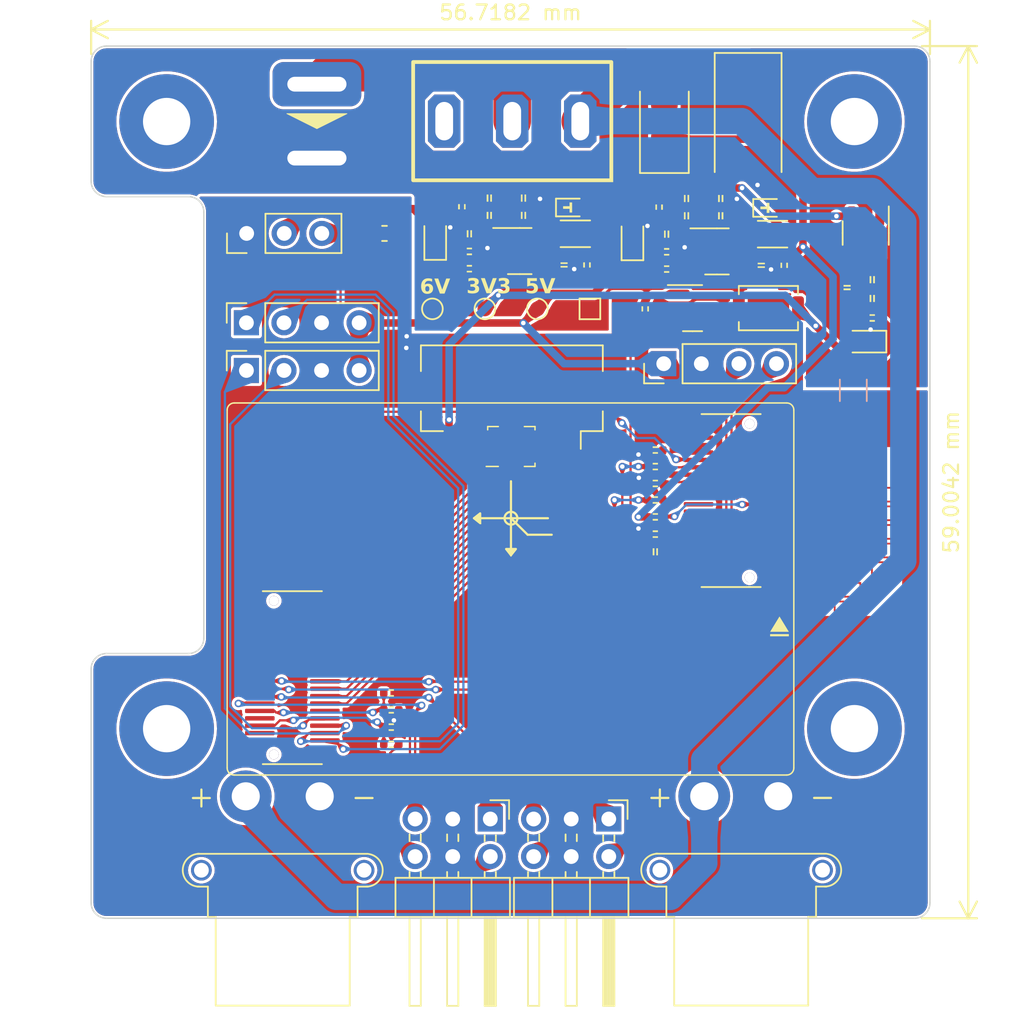
<source format=kicad_pcb>
(kicad_pcb (version 20221018) (generator pcbnew)
  (layers (0 "F.Cu" signal) (31 "B.Cu" signal) (34 "B.Paste" user) (35 "F.Paste" user) (36 "B.SilkS" user "B.Silkscreen") (37 "F.SilkS" user "F.Silkscreen") (38 "B.Mask" user) (39 "F.Mask" user) (44 "Edge.Cuts" user))
  (net 0 "")
  (net 1 "+3V3")
  (net 2 "Net-(BZ1-+)")
  (net 3 "Net-(U1-BS)")
  (net 4 "Net-(D3-K)")
  (net 5 "/MOTOR_PWR")
  (net 6 "GNDPWR")
  (net 7 "+5V")
  (net 8 "Net-(U1-FB)")
  (net 9 "/BATTERY")
  (net 10 "VCC")
  (net 11 "Net-(U2-NC)")
  (net 12 "Net-(U3-BS)")
  (net 13 "Net-(D6-K)")
  (net 14 "+6V")
  (net 15 "Net-(U3-FB)")
  (net 16 "Net-(D2-A)")
  (net 17 "Net-(D4-A)")
  (net 18 "Net-(D5-A)")
  (net 19 "/SERVO")
  (net 20 "Net-(J9-Pin_3)")
  (net 21 "GND")
  (net 22 "/AUX_SCL")
  (net 23 "/AUX_SDA")
  (net 24 "VBUS")
  (net 25 "/UART7_TX")
  (net 26 "/UART7_RX")
  (net 27 "/WHEEL_DIR")
  (net 28 "/WHEEL_DIR_IN")
  (net 29 "/WHEEL_PWM")
  (net 30 "/WHEEL_SPD_IN")
  (net 31 "/MOTOR_DIR")
  (net 32 "/MOTOR_DIR_IN")
  (net 33 "/MOTOR_PWM")
  (net 34 "/MOTOR_SPD_IN")
  (net 35 "/BUZZER")
  (net 36 "/MOTOR_DIR_IN_3V3")
  (net 37 "/MOTOR_SPD_IN_3V3")
  (net 38 "Net-(U1-EN)")
  (net 39 "/WHEEL_DIR_IN_3V3")
  (net 40 "/WHEEL_SPD_IN_3V3")
  (net 41 "Net-(U3-EN)")
  (net 51 "/CAM_D7")
  (net 52 "/CAM_D6")
  (net 53 "/CAM_D5")
  (net 54 "/CAM_D4")
  (net 55 "/CAM_D3")
  (net 56 "/CAM_D2")
  (net 57 "/CAM_D1")
  (net 58 "/CAM_D0")
  (net 59 "/CAM_VSYNC")
  (net 60 "/CAM_HREF")
  (net 61 "/CAM_TXD")
  (net 62 "/CAM_RXD")
  (net 63 "/CAM_PLCK")
  (net 87 "/UART8_TX")
  (net 88 "/UART8_RX")
  (footprint "ErBW_s:C_0402" (layer "F.Cu") (at 75.8546 14.381899 -90)
    (fp_text reference "C11" hide)
    (fp_text value "10nF")
  )
  (footprint "ErBW_s:C_0402" (layer "F.Cu") (at 64.9986 9.525)
    (fp_text reference "C4" hide)
    (fp_text value "100nF")
  )
  (footprint "Connector_PinSocket_2.54mm:PinSocket_1x04_P2.54mm_Vertical" (layer "F.Cu") (at 35.2398 19.9902 90)
    (fp_text reference "J10" hide)
    (fp_text value "GPS")
  )
  (footprint "TestPoint:TestPoint_Pad_1.0x1.0mm" (layer "F.Cu") (at 58.4648 15.8242 90)
    (fp_text reference "TP4" hide)
    (fp_text value "GND")
  )
  (footprint "LED_SMD:LED_0603_1608Metric" (layer "F.Cu") (at 77.023 18.039501 180)
    (fp_text reference "D4" hide)
    (fp_text value "LED")
  )
  (footprint "MountingHole:MountingHole_3.2mm_M3_Pad" (layer "F.Cu") (at 76.3524 3.1496)
    (fp_text reference "REF**" hide)
    (fp_text value "MountingHole_3.2mm_M3_Pad")
  )
  (footprint "ErBW_s:SOD-323" (layer "F.Cu") (at 70.3072 8.9916 180)
    (fp_text reference "D3" hide)
    (fp_text value "1N5819")
  )
  (footprint "Connector_AMASS:AMASS_XT30PW-F_1x02_P2.50mm_Horizontal" (layer "F.Cu") (at 71.1962 48.7934 180)
    (fp_text reference "J7" hide)
    (fp_text value "MOTOR")
  )
  (footprint "ErBW_s:C_0402" (layer "F.Cu") (at 53.975 8.3312)
    (fp_text reference "C15" hide)
    (fp_text value "100nF")
  )
  (footprint "ErBW_s:C_0402" (layer "F.Cu") (at 64.9986 8.3566)
    (fp_text reference "C1" hide)
    (fp_text value "100nF")
  )
  (footprint "ErBW_s:L_NR201612" (layer "F.Cu") (at 57.4802 10.7442)
    (fp_text reference "L2" hide)
    (fp_text value "6.8uH")
  )
  (footprint "ErBW_s:C_0402" (layer "F.Cu") (at 67.31 9.525)
    (fp_text reference "C6" hide)
    (fp_text value "10uF")
  )
  (footprint "ErBW_s:C_0402" (layer "F.Cu") (at 63.6524 10.7696)
    (fp_text reference "C3" hide)
    (fp_text value "100pF")
  )
  (footprint "ErBW_s:R_0402" (layer "F.Cu") (at 62.8904 28.7528 180)
    (fp_text reference "R5" hide)
    (fp_text value "5K1")
  )
  (footprint "ErBW_s:R_0402" (layer "F.Cu") (at 45.0342 44.1198 180)
    (fp_text reference "R16" hide)
    (fp_text value "10K")
  )
  (footprint "Connector_FFC-FPC:Hirose_FH12-18S-0.5SH_1x18-1MP_P0.50mm_Horizontal" (layer "F.Cu") (at 53.1876 22.794 180)
    (fp_text reference "U5" hide)
    (fp_text value "MT9V034")
  )
  (footprint "ErBW_s:R_0402" (layer "F.Cu") (at 45.0342 45.2882)
    (fp_text reference "R13" hide)
    (fp_text value "5K1")
  )
  (footprint "ErBW_s:R_0402" (layer "F.Cu") (at 63.6524 11.9634 180)
    (fp_text reference "R3" hide)
    (fp_text value "5K1")
  )
  (footprint "Capacitor_Tantalum_SMD:CP_EIA-7343-30_AVX-N" (layer "F.Cu") (at 69.1642 2.921 -90)
    (property "Reference" "C?")
    (property "Value" "470uF")
    (fp_text reference "C2" hide)
    (fp_text value "470uF")
  )
  (footprint "ErBW_s:C_0402" (layer "F.Cu") (at 56.7182 12.8524 -90)
    (fp_text reference "C17" hide)
    (fp_text value "10uF")
  )
  (footprint "ErBW_s:C_0402" (layer "F.Cu") (at 77.5564 13.8485 180)
    (fp_text reference "C9" hide)
    (fp_text value "100nF")
  )
  (footprint "ErBW_s:C_0402" (layer "F.Cu") (at 51.6636 9.4996)
    (fp_text reference "C14" hide)
    (fp_text value "100nF")
  )
  (footprint "Package_TO_SOT_SMD:SOT-23-5" (layer "F.Cu") (at 77.1144 10.6934 -90)
    (fp_text reference "U2" hide)
    (fp_text value "RT9013-33GB")
  )
  (footprint "Package_TO_SOT_SMD:SOT-23" (layer "F.Cu") (at 65.405 15.7734)
    (fp_text reference "Q1" hide)
    (fp_text value "S8050")
  )
  (footprint "ErBW_s:R_0402" (layer "F.Cu") (at 63.1444 8.9408 90)
    (fp_text reference "R1" hide)
    (fp_text value "5K1")
  )
  (footprint "ErBW_s:R_0402" (layer "F.Cu") (at 62.2046 15.8242 -90)
    (property "Reference" "R?")
    (property "Value" "5K1")
    (fp_text reference "R21" hide)
    (fp_text value "10K")
  )
  (footprint "Package_TO_SOT_SMD:SOT-23-6" (layer "F.Cu") (at 67.056 11.938)
    (fp_text reference "U1" hide)
    (fp_text value "ME3116")
  )
  (footprint "TestPoint:TestPoint_Pad_D1.0mm" (layer "F.Cu") (at 47.8148 15.8242 90)
    (fp_text reference "TP1" hide)
    (fp_text value "SERVO")
  )
  (footprint "ErBW_s:R_0402" (layer "F.Cu") (at 50.3174 13.1064)
    (fp_text reference "R20" hide)
    (fp_text value "1K5")
  )
  (footprint "ErBW_s:SPDT_MTS_102" (layer "F.Cu") (at 53.213 3.1242 180)
    (fp_text reference "SW1" hide)
    (fp_text value "SW_SPDT")
  )
  (footprint "ErBW_s:R_0402" (layer "F.Cu") (at 62.8904 26.4922 180)
    (fp_text reference "R4" hide)
    (fp_text value "5K1")
  )
  (footprint "Connector_PinHeader_2.54mm:PinHeader_2x03_P2.54mm_Horizontal" (layer "F.Cu") (at 59.7404 50.3348 -90)
    (fp_text reference "J8" hide)
    (fp_text value "MOTOR_BACK")
  )
  (footprint "Package_TO_SOT_SMD:SOT-23-6" (layer "F.Cu") (at 53.721 11.9126)
    (fp_text reference "U3" hide)
    (fp_text value "ME3116")
  )
  (footprint "LED_SMD:LED_0603_1608Metric" (layer "F.Cu") (at 48.006 11.0236 90)
    (fp_text reference "D5" hide)
    (fp_text value "LED")
  )
  (footprint "Connector_AMASS:AMASS_XT30PW-F_1x02_P2.50mm_Horizontal" (layer "F.Cu") (at 40.1946 48.8004 180)
    (fp_text reference "J5" hide)
    (fp_text value "MOTOR")
  )
  (footprint "Connector_PinHeader_2.54mm:PinHeader_2x03_P2.54mm_Horizontal" (layer "F.Cu") (at 51.729 50.3348 -90)
    (fp_text reference "J6" hide)
    (fp_text value "FLY_WHEEL")
  )
  (footprint "ErBW_s:C_0402" (layer "F.Cu") (at 77.5564 15.1185 180)
    (fp_text reference "C10" hide)
    (fp_text value "10uF")
  )
  (footprint "ErBW_s:R_0402" (layer "F.Cu") (at 49.8094 8.9154 90)
    (fp_text reference "R12" hide)
    (fp_text value "5K1")
  )
  (footprint "Fuse:Fuse_0603_1608Metric" (layer "F.Cu") (at 44.577 10.7188 180)
    (fp_text reference "F1" hide)
    (fp_text value "500mA")
  )
  (footprint "ErBW_s:SCEP_CH32V3" (layer "F.Cu") (at 53.095075 34.7741)
    (fp_text reference "U4" hide)
    (fp_text value "SCEP_CH32V3")
  )
  (footprint "ErBW_s:C_0402" (layer "F.Cu") (at 62.8904 32.258)
    (fp_text reference "C7" hide)
    (fp_text value "10uF")
  )
  (footprint "Connector_PinSocket_2.54mm:PinSocket_1x04_P2.54mm_Vertical" (layer "F.Cu") (at 35.2398 16.7644 90)
    (fp_text reference "J4" hide)
    (fp_text value "WIRELESS")
  )
  (footprint "Diode_SMD:D_SMA" (layer "F.Cu") (at 63.5 3.1242 90)
    (fp_text reference "D1" hide)
    (fp_text value "1N4148W")
  )
  (footprint "ErBW_s:R_0402" (layer "F.Cu") (at 62.8904 25.3746)
    (fp_text reference "R7" hide)
    (fp_text value "10K")
  )
  (footprint "ErBW_s:R_0402" (layer "F.Cu") (at 45.0342 41.8084 180)
    (fp_text reference "R17" hide)
    (fp_text value "10K")
  )
  (footprint "TestPoint:TestPoint_Pad_D1.0mm" (layer "F.Cu") (at 54.9148 15.8242 90)
    (property "Reference" "TP?")
    (property "Value" "5V")
    (fp_text reference "TP3" hide)
    (fp_text value "5V")
  )
  (footprint "ErBW_s:R_0402" (layer "F.Cu") (at 63.6524 13.1318)
    (fp_text reference "R10" hide)
    (fp_text value "1K")
  )
  (footprint "ErBW_s:DET-402-G-1" (layer "F.Cu") (at 70.5358 15.7734)
    (fp_text reference "BZ1" hide)
    (fp_text value "Buzzer")
  )
  (footprint "TestPoint:TestPoint_Pad_D1.0mm" (layer "F.Cu") (at 51.3648 15.8242 90)
    (fp_text reference "TP2" hide)
    (fp_text value "3V3")
  )
  (footprint "Connector_PinHeader_2.54mm:PinHeader_1x03_P2.54mm_Vertical" (layer "F.Cu") (at 35.2552 10.7188 90)
    (fp_text reference "J9" hide)
    (fp_text value "SERVO")
  )
  (footprint "ErBW_s:SOD-323" (layer "F.Cu") (at 56.9722 8.9662 180)
    (fp_text reference "D6" hide)
    (fp_text value "1N5819")
  )
  (footprint "MountingHole:MountingHole_3.2mm_M3_Pad" (layer "F.Cu") (at 76.3524 44.2214)
    (fp_text reference "REF**" hide)
    (fp_text value "MountingHole_3.2mm_M3_Pad")
  )
  (footprint "Connector_PinHeader_2.54mm:PinHeader_1x04_P2.54mm_Vertical" (layer "F.Cu") (at 63.4592 19.5326 90)
    (fp_text reference "J1" hide)
    (fp_text value "9-Axis")
  )
  (footprint "ErBW_s:C_0402" (layer "F.Cu") (at 67.31 8.3566)
    (fp_text reference "C5" hide)
    (fp_text value "100nF")
  )
  (footprint "MountingHole:MountingHole_3.2mm_M3_Pad" (layer "F.Cu") (at 29.845 3.1496)
    (fp_text reference "REF**" hide)
    (fp_text value "MountingHole_3.2mm_M3_Pad")
  )
  (footprint "ErBW_s:C_0402" (layer "F.Cu") (at 51.6636 8.3312)
    (fp_text reference "C12" hide)
    (fp_text value "100nF")
  )
  (footprint "MountingHole:MountingHole_3.2mm_M3_Pad" (layer "F.Cu") (at 29.845 44.2214)
    (fp_text reference "REF**" hide)
    (fp_text value "MountingHole_3.2mm_M3_Pad")
  )
  (footprint "ErBW_s:C_0402" (layer "F.Cu") (at 70.0532 12.8778 -90)
    (fp_text reference "C8" hide)
    (fp_text value "10uF")
  )
  (footprint "ErBW_s:VCC_CONN" (layer "F.Cu") (at 40.005 3.1242 -90)
    (property "Reference" "J?")
    (property "Value" "PWR")
    (fp_text reference "J3" hide)
    (fp_text value "PWR")
  )
  (footprint "LED_SMD:LED_0603_1608Metric" (layer "F.Cu") (at 61.341 11.049 90)
    (fp_text reference "D2" hide)
    (fp_text value "LED")
  )
  (footprint "ErBW_s:R_0402" (layer "F.Cu") (at 58.2676 12.8524 -90)
    (fp_text reference "R18" hide)
    (fp_text value "1M")
  )
  (footprint "ErBW_s:R_0402" (layer "F.Cu") (at 62.8904 27.6352)
    (fp_text reference "R8" hide)
    (fp_text value "10K")
  )
  (footprint "ErBW_s:R_0402" (layer "F.Cu") (at 77.5564 16.4393 180)
    (fp_text reference "R11" hide)
    (fp_text value "5K1")
  )
  (footprint "ErBW_s:R_0402" (layer "F.Cu") (at 71.6026 12.8778 -90)
    (fp_text reference "R9" hide)
    (fp_text value "1M")
  )
  (footprint "ErBW_s:R_0402" (layer "F.Cu") (at 62.8904 29.8958)
    (fp_text reference "R2" hide)
    (fp_text value "10K")
  )
  (footprint "ErBW_s:C_0402" (layer "F.Cu") (at 50.3174 10.7442)
    (fp_text reference "C13" hide)
    (fp_text value "100pF")
  )
  (footprint "ErBW_s:C_0402" (layer "F.Cu") (at 53.975 9.4996)
    (fp_text reference "C16" hide)
    (fp_text value "10uF")
  )
  (footprint "ErBW_s:R_0402" (layer "F.Cu") (at 45.0342 42.9514)
    (fp_text reference "R14" hide)
    (fp_text value "5K1")
  )
  (footprint "ErBW_s:R_0402" (layer "F.Cu") (at 50.3174 11.938 180)
    (fp_text reference "R15" hide)
    (fp_text value "10K")
  )
  (footprint "ErBW_s:R_0402" (layer "F.Cu") (at 62.8904 31.0642 180)
    (fp_text reference "R6" hide)
    (fp_text value "1K")
  )
  (footprint "ErBW_s:L_NR201612" (layer "F.Cu") (at 70.8152 10.7696)
    (fp_text reference "L1" hide)
    (fp_text value "6.8uH")
  )
  (footprint "Resistor_SMD:R_1206_3216Metric_Pad1.30x1.75mm_HandSolder" (layer "B.Cu") (at 76.2762 21.336 -90)
    (fp_text reference "R19" hide)
    (fp_text value "0R")
  )
  (gr_arc (start 24.7396 40.1828) (mid 25.044619 39.446419) (end 25.781 39.1414) (stroke (width 0.1)) (layer "Edge.Cuts"))
  (gr_arc (start 24.7396 -0.9144) (mid 25.044619 -1.650781) (end 25.781 -1.9558) (stroke (width 0.1)) (layer "Edge.Cuts"))
  (gr_arc (start 25.781 57.0484) (mid 25.044619 56.743381) (end 24.7396 56.007) (stroke (width 0.1)) (layer "Edge.Cuts"))
  (gr_arc (start 81.4578 56.007) (mid 81.152781 56.743381) (end 80.4164 57.0484) (stroke (width 0.1)) (layer "Edge.Cuts"))
  (gr_line (start 81.4578 -0.9144) (end 81.4578 56.007) (stroke (width 0.1)) (layer "Edge.Cuts"))
  (gr_line (start 25.781 8.2296) (end 31.3182 8.2296) (stroke (width 0.1)) (layer "Edge.Cuts"))
  (gr_line (start 25.781 -1.9558) (end 80.4164 -1.9558) (stroke (width 0.1)) (layer "Edge.Cuts"))
  (gr_line (start 24.7396 7.1882) (end 24.7396 -0.9144) (stroke (width 0.1)) (layer "Edge.Cuts"))
  (gr_arc (start 25.781 8.2296) (mid 25.044619 7.924581) (end 24.7396 7.1882) (stroke (width 0.1)) (layer "Edge.Cuts"))
  (gr_arc (start 31.3182 8.2296) (mid 32.054581 8.534619) (end 32.3596 9.271) (stroke (width 0.1)) (layer "Edge.Cuts"))
  (gr_arc (start 32.3596 38.1) (mid 32.054581 38.836381) (end 31.3182 39.1414) (stroke (width 0.1)) (layer "Edge.Cuts"))
  (gr_line (start 32.3596 9.271) (end 32.3596 38.1) (stroke (width 0.1)) (layer "Edge.Cuts"))
  (gr_line (start 80.4164 57.0484) (end 25.781 57.0484) (stroke (width 0.1)) (layer "Edge.Cuts"))
  (gr_line (start 24.7396 56.007) (end 24.7396 40.1828) (stroke (width 0.1)) (layer "Edge.Cuts"))
  (gr_line (start 25.781 39.1414) (end 31.3182 39.1414) (stroke (width 0.1)) (layer "Edge.Cuts"))
  (gr_arc (start 80.4164 -1.9558) (mid 81.152781 -1.650781) (end 81.4578 -0.9144) (stroke (width 0.1)) (layer "Edge.Cuts"))
  (gr_text "东华大学 2023\n敏感词汇队" (at 79.2099 30.9118 90) (layer "F.Cu") (effects (font (size 1.5 1.5) (thickness 0.3) bold) (justify bottom)))
  (gr_text "5V" (at 54.0766 14.9352) (layer "F.SilkS") (effects (font (size 1 1) (thickness 0.25) bold) (justify left bottom)))
  (gr_text "6V" (at 46.9646 14.9606) (layer "F.SilkS") (effects (font (size 1 1) (thickness 0.25) bold) (justify left bottom)))
  (gr_text "3V3" (at 50.1142 14.9352) (layer "F.SilkS") (effects (font (size 1 1) (thickness 0.25) bold) (justify left bottom)))
  (dimension (type aligned) (layer "F.SilkS") (pts (xy 80.4164 -1.9558) (xy 80.4164 57.0484)) (height -3.6322) (gr_text "59.0042 mm" (at 82.8986 27.5463 90) (layer "F.SilkS") (effects (font (size 1 1) (thickness 0.15)))) (format (prefix "") (suffix "") (units 3) (units_format 1) (precision 4)) (style (thickness 0.15) (arrow_length 1.27) (text_position_mode 0) (extension_height 0.58642) (extension_offset 0.5) keep_text_aligned))
  (dimension (type aligned) (layer "F.SilkS") (pts (xy 81.4578 -0.9144) (xy 24.7396 -0.9144)) (height 2.159) (gr_text "56.7182 mm" (at 53.0987 -4.2234) (layer "F.SilkS") (effects (font (size 1 1) (thickness 0.15)))) (format (prefix "") (suffix "") (units 3) (units_format 1) (precision 4)) (style (thickness 0.15) (arrow_length 1.27) (text_position_mode 0) (extension_height 0.58642) (extension_offset 0.5) keep_text_aligned))
  (segment (start 51.3648 15.8182) (end 52.2732 14.9098) (width 0.508) (layer "F.Cu") (net 1))
  (segment (start 78.0644 11.8309) (end 78.0644 16.4393) (width 0.508) (layer "F.Cu") (net 1))
  (segment (start 78.0644 16.4393) (end 78.702 17.0769) (width 0.508) (layer "F.Cu") (net 1))
  (segment (start 78.702 18.574413) (end 78.307912 18.968501) (width 0.508) (layer "F.Cu") (net 1))
  (segment (start 51.3648 15.8242) (end 51.3648 15.8182) (width 0.508) (layer "F.Cu") (net 1))
  (segment (start 48.9376 23.3254) (end 48.9458 23.3172) (width 0.508) (layer "F.Cu") (net 1))
  (segment (start 78.702 17.0769) (end 78.702 18.574413) (width 0.508) (layer "F.Cu") (net 1))
  (segment (start 75.730901 18.968501) (end 73.7329 16.9705) (width 0.508) (layer "F.Cu") (net 1))
  (segment (start 78.307912 18.968501) (end 75.730901 18.968501) (width 0.508) (layer "F.Cu") (net 1))
  (segment (start 48.9376 24.644) (end 49.3336 24.644) (width 0.508) (layer "F.Cu") (net 1))
  (segment (start 73.7329 16.9705) (end 72.5358 15.7734) (width 0.508) (layer "F.Cu") (net 1))
  (segment (start 48.9376 24.644) (end 48.9376 23.3254) (width 0.508) (layer "F.Cu") (net 1))
  (via (at 48.9458 23.3172) (size 0.508) (drill 0.3048) (layers "F.Cu" "B.Cu") (net 1))
  (via (at 73.7329 16.9705) (size 0.508) (drill 0.3048) (layers "F.Cu" "B.Cu") (net 1))
  (via (at 52.2732 14.9098) (size 0.508) (drill 0.3048) (layers "F.Cu" "B.Cu") (net 1))
  (segment (start 48.9458 23.3172) (end 48.9458 18.2372) (width 0.508) (layer "B.Cu") (net 1))
  (segment (start 48.9458 18.2372) (end 52.2732 14.9098) (width 0.508) (layer "B.Cu") (net 1))
  (segment (start 71.6722 14.9098) (end 73.7329 16.9705) (width 0.508) (layer "B.Cu") (net 1))
  (segment (start 52.2732 14.9098) (end 71.6722 14.9098) (width 0.508) (layer "B.Cu") (net 1))
  (segment (start 66.3425 15.7734) (end 68.5358 15.7734) (width 0.1524) (layer "F.Cu") (net 2))
  (segment (start 64.4906 9.584658) (end 64.4906 9.525) (width 0.508) (layer "F.Cu") (net 3))
  (segment (start 64.4906 8.3566) (end 64.4906 9.525) (width 0.508) (layer "F.Cu") (net 3))
  (segment (start 65.893942 10.988) (end 64.4906 9.584658) (width 0.508) (layer "F.Cu") (net 3))
  (segment (start 65.9185 10.988) (end 65.893942 10.988) (width 0.508) (layer "F.Cu") (net 3))
  (segment (start 65.5066 8.3566) (end 65.5066 9.525) (width 0.508) (layer "F.Cu") (net 4))
  (segment (start 68.1935 10.988) (end 69.8221 10.988) (width 0.508) (layer "F.Cu") (net 4))
  (segment (start 70.0405 10.0539) (end 68.9782 8.9916) (width 0.508) (layer "F.Cu") (net 4))
  (segment (start 66.2156 10.234) (end 65.5066 9.525) (width 0.508) (layer "F.Cu") (net 4))
  (segment (start 67.4395 10.234) (end 66.2156 10.234) (width 0.508) (layer "F.Cu") (net 4))
  (segment (start 70.0405 10.7696) (end 70.0405 10.0539) (width 0.508) (layer "F.Cu") (net 4))
  (segment (start 68.1935 10.988) (end 67.4395 10.234) (width 0.508) (layer "F.Cu") (net 4))
  (segment (start 69.8221 10.988) (end 70.0405 10.7696) (width 0.508) (layer "F.Cu") (net 4))
  (segment (start 61.1287 -0.1915) (end 57.813 3.1242) (width 2.54) (layer "F.Cu") (net 5))
  (segment (start 69.1642 -0.1915) (end 61.1287 -0.1915) (width 2.54) (layer "F.Cu") (net 5))
  (segment (start 68.7324 3.1242) (end 57.813 3.1242) (width 1.778) (layer "B.Cu") (net 5))
  (segment (start 66.1962 48.7934) (end 66.1962 46.318527) (width 1.778) (layer "B.Cu") (net 5))
  (segment (start 79.6544 32.860327) (end 79.6544 9.9568) (width 1.778) (layer "B.Cu") (net 5))
  (segment (start 41.3168 55.6006) (end 63.919029 55.6006) (width 1.778) (layer "B.Cu") (net 5))
  (segment (start 79.6544 9.9568) (end 77.5462 7.8486) (width 1.778) (layer "B.Cu") (net 5))
  (segment (start 66.1962 46.318527) (end 79.6544 32.860327) (width 1.778) (layer "B.Cu") (net 5))
  (segment (start 35.1946 49.4784) (end 41.3168 55.6006) (width 1.778) (layer "B.Cu") (net 5))
  (segment (start 35.1946 48.8004) (end 35.1946 49.4784) (width 1.778) (layer "B.Cu") (net 5))
  (segment (start 73.4568 7.8486) (end 68.7324 3.1242) (width 1.778) (layer "B.Cu") (net 5))
  (segment (start 66.1962 53.323429) (end 66.1962 48.7934) (width 1.778) (layer "B.Cu") (net 5))
  (segment (start 77.5462 7.8486) (end 73.4568 7.8486) (width 1.778) (layer "B.Cu") (net 5))
  (segment (start 63.919029 55.6006) (end 66.1962 53.323429) (width 1.778) (layer "B.Cu") (net 5))
  (via (at 51.5366 11.7094) (size 0.508) (drill 0.3048) (layers "F.Cu" "B.Cu") (net 6))
  (via (at 68.4022 8.382) (size 0.508) (drill 0.3048) (layers "F.Cu" "B.Cu") (net 6))
  (via (at 55.0926 8.382) (size 0.508) (drill 0.3048) (layers "F.Cu" "B.Cu") (net 6))
  (via (at 62.357 10.2108) (size 0.508) (drill 0.3048) (layers "F.Cu" "B.Cu") (net 6))
  (via (at 64.8716 11.6586) (size 0.508) (drill 0.3048) (layers "F.Cu" "B.Cu") (net 6))
  (via (at 77.4446 17.2212) (size 0.508) (drill 0.3048) (layers "F.Cu" "B.Cu") (net 6))
  (via (at 57.404 13.1318) (size 0.508) (drill 0.3048) (layers "F.Cu" "B.Cu") (net 6))
  (via (at 49.022 10.3124) (size 0.508) (drill 0.3048) (layers "F.Cu" "B.Cu") (net 6))
  (via (at 70.7136 13.1572) (size 0.508) (drill 0.3048) (layers "F.Cu" "B.Cu") (net 6))
  (via (at 69.7992 7.4422) (size 0.508) (drill 0.3048) (layers "F.Cu" "B.Cu") (net 6))
  (segment (start 66.802 9.525) (end 66.802 8.3566) (width 0.508) (layer "F.Cu") (net 7))
  (segment (start 71.5899 10.48447) (end 68.75403 7.6486) (width 0.508) (layer "F.Cu") (net 7))
  (segment (start 54.9148 15.8242) (end 53.9608 16.7782) (width 0.508) (layer "F.Cu") (net 7))
  (segment (start 62.3798 12.728) (end 60.806088 12.728) (width 0.508) (layer "F.Cu") (net 7))
  (segment (start 63.1444 11.9634) (end 62.3798 12.728) (width 0.508) (layer "F.Cu") (net 7))
  (segment (start 60.806088 12.728) (end 58.757688 14.7764) (width 0.508) (layer "F.Cu") (net 7))
  (segment (start 78.0644 9.5559) (end 78.0644 10.226) (width 0.508) (layer "F.Cu") (net 7))
  (segment (start 42.8736 16.7782) (end 42.8598 16.7644) (width 0.508) (layer "F.Cu") (net 7))
  (segment (start 76.1644 9.5559) (end 75.1387 9.5559) (width 0.508) (layer "F.Cu") (net 7))
  (segment (start 65.81205 21.88545) (end 65.81205 25.4384) (width 0.508) (layer "F.Cu") (net 7))
  (segment (start 58.757688 14.7764) (end 55.9626 14.7764) (width 0.508) (layer "F.Cu") (net 7))
  (segment (start 60.412 12.333912) (end 60.412 9.764088) (width 0.508) (layer "F.Cu") (net 7))
  (segment (start 76.1644 10.2006) (end 76.1644 9.5559) (width 0.508) (layer "F.Cu") (net 7))
  (segment (start 78.0644 10.226) (end 77.618 10.6724) (width 0.508) (layer "F.Cu") (net 7))
  (segment (start 60.806088 12.728) (end 60.412 12.333912) (width 0.508) (layer "F.Cu") (net 7))
  (segment (start 68.75403 7.6486) (end 67.450342 7.6486) (width 0.508) (layer "F.Cu") (net 7))
  (segment (start 53.9608 16.7782) (end 42.8736 16.7782) (width 0.508) (layer "F.Cu") (net 7))
  (segment (start 42.8598 19.9902) (end 42.8598 16.7644) (width 0.508) (layer "F.Cu") (net 7))
  (segment (start 77.618 10.6724) (end 76.6362 10.6724) (width 0.508) (layer "F.Cu") (net 7))
  (segment (start 66.802 8.296942) (end 66.802 8.3566) (width 0.508) (layer "F.Cu") (net 7))
  (segment (start 63.1444 11.9634) (end 63.1444 9.4488) (width 0.508) (layer "F.Cu") (net 7))
  (segment (start 62.527488 7.6486) (end 66.094 7.6486) (width 0.508) (layer "F.Cu") (net 7))
  (segment (start 67.450342 7.6486) (end 66.802 8.296942) (width 0.508) (layer "F.Cu") (net 7))
  (segment (start 66.094 7.6486) (end 66.802 8.3566) (width 0.508) (layer "F.Cu") (net 7))
  (segment (start 63.4592 19.5326) (end 65.81205 21.88545) (width 0.508) (layer "F.Cu") (net 7))
  (segment (start 71.5899 10.7696) (end 71.5899 10.48447) (width 0.508) (layer "F.Cu") (net 7))
  (segment (start 55.9626 14.7764) (end 54.9148 15.8242) (width 0.508) (layer "F.Cu") (net 7))
  (segment (start 60.412 9.764088) (end 62.527488 7.6486) (width 0.508) (layer "F.Cu") (net 7))
  (segment (start 75.1387 9.5559) (end 75.1332 9.5504) (width 0.508) (layer "F.Cu") (net 7))
  (segment (start 76.6362 10.6724) (end 76.1644 10.2006) (width 0.508) (layer "F.Cu") (net 7))
  (via (at 68.75403 7.6486) (size 0.508) (drill 0.3048) (layers "F.Cu" "B.Cu") (net 7))
  (via (at 75.1332 9.5504) (size 0.508) (drill 0.3048) (layers "F.Cu" "B.Cu") (net 7))
  (via (at 53.9608 16.7782) (size 0.508) (drill 0.3048) (layers "F.Cu" "B.Cu") (net 7))
  (segment (start 70.65583 9.5504) (end 68.75403 7.6486) (width 0.508) (layer "B.Cu") (net 7))
  (segment (start 75.1332 9.5504) (end 70.65583 9.5504) (width 0.508) (layer "B.Cu") (net 7))
  (segment (start 56.7152 19.5326) (end 63.4592 19.5326) (width 0.508) (layer "B.Cu") (net 7))
  (segment (start 53.9608 16.7782) (end 56.7152 19.5326) (width 0.508) (layer "B.Cu") (net 7))
  (segment (start 64.1604 13.1318) (end 65.6747 13.1318) (width 0.508) (layer "F.Cu") (net 8))
  (segment (start 64.1604 13.1318) (end 64.1604 10.7696) (width 0.508) (layer "F.Cu") (net 8))
  (segment (start 65.6747 13.1318) (end 65.9185 12.888) (width 0.508) (layer "F.Cu") (net 8))
  (segment (start 70.21205 29.0424) (end 68.773 29.0424) (width 0.1524) (layer "F.Cu") (net 9))
  (segment (start 63.4238 29.8704) (end 63.3984 29.8958) (width 0.1524) (layer "F.Cu") (net 9))
  (segment (start 64.1858 29.8704) (end 63.4238 29.8704) (width 0.1524) (layer "F.Cu") (net 9))
  (segment (start 63.3984 29.8958) (end 63.3984 32.258) (width 0.1524) (layer "F.Cu") (net 9))
  (segment (start 68.773 29.0424) (end 68.7578 29.0576) (width 0.1524) (layer "F.Cu") (net 9))
  (via (at 64.1858 29.8704) (size 0.508) (drill 0.3048) (layers "F.Cu" "B.Cu") (net 9))
  (via (at 68.7578 29.0576) (size 0.508) (drill 0.3048) (layers "F.Cu" "B.Cu") (net 9))
  (segment (start 64.9986 29.0576) (end 68.7578 29.0576) (width 0.1524) (layer "B.Cu") (net 9))
  (segment (start 64.1858 29.8704) (end 64.9986 29.0576) (width 0.1524) (layer "B.Cu") (net 9))
  (segment (start 59.5376 11.7348) (end 58.928 12.3444) (width 0.508) (layer "F.Cu") (net 10))
  (segment (start 58.928 12.3444) (end 58.2676 12.3444) (width 0.508) (layer "F.Cu") (net 10))
  (segment (start 56.2864 11.9126) (end 54.8585 11.9126) (width 0.508) (layer "F.Cu") (net 10))
  (segment (start 64.2808 4.3434) (end 70.5358 4.3434) (width 0.508) (layer "F.Cu") (net 10))
  (segment (start 70.5358 4.3434) (end 72.8726 6.6802) (width 0.508) (layer "F.Cu") (net 10))
  (segment (start 71.6026 12.3698) (end 70.0532 12.3698) (width 0.508) (layer "F.Cu") (net 10))
  (segment (start 59.5376 9.0866) (end 59.5376 11.7348) (width 0.508) (layer "F.Cu") (net 10))
  (segment (start 69.6214 11.938) (end 68.1935 11.938) (width 0.508) (layer "F.Cu") (net 10))
  (segment (start 58.2676 12.3444) (end 56.7182 12.3444) (width 0.508) (layer "F.Cu") (net 10))
  (segment (start 72.8726 11.6332) (end 72.136 12.3698) (width 0.508) (layer "F.Cu") (net 10))
  (segment (start 70.0532 12.3698) (end 69.6214 11.938) (width 0.508) (layer "F.Cu") (net 10))
  (segment (start 72.136 12.3698) (end 71.6026 12.3698) (width 0.508) (layer "F.Cu") (net 10))
  (segment (start 63.5 5.1242) (end 64.2808 4.3434) (width 0.508) (layer "F.Cu") (net 10))
  (segment (start 72.8726 6.6802) (end 72.8726 11.6332) (width 0.508) (layer "F.Cu") (net 10))
  (segment (start 63.5 5.1242) (end 59.5376 9.0866) (width 0.508) (layer "F.Cu") (net 10))
  (segment (start 61.7437 29.8958) (end 62.3824 29.8958) (width 0.508) (layer "F.Cu") (net 10))
  (segment (start 56.7182 12.3444) (end 56.2864 11.9126) (width 0.508) (layer "F.Cu") (net 10))
  (via (at 72.8726 11.6332) (size 0.508) (drill 0.3048) (layers "F.Cu" "B.Cu") (net 10))
  (via (at 61.7437 29.8958) (size 0.508) (drill 0.3048) (layers "F.Cu" "B.Cu") (net 10))
  (segment (start 74.9046 13.6652) (end 74.9046 17.8562) (width 0.508) (layer "B.Cu") (net 10))
  (segment (start 70.4813 21.1582) (end 61.7437 29.8958) (width 0.508) (layer "B.Cu") (net 10))
  (segment (start 71.6026 21.1582) (end 70.4813 21.1582) (width 0.508) (layer "B.Cu") (net 10))
  (segment (start 72.8726 11.6332) (end 74.9046 13.6652) (width 0.508) (layer "B.Cu") (net 10))
  (segment (start 74.9046 17.8562) (end 71.6026 21.1582) (width 0.508) (layer "B.Cu") (net 10))
  (segment (start 75.8546 12.1407) (end 76.1644 11.8309) (width 0.508) (layer "F.Cu") (net 11))
  (segment (start 75.8546 13.873899) (end 75.8546 12.1407) (width 0.508) (layer "F.Cu") (net 11))
  (segment (start 52.5835 10.9626) (end 52.558942 10.9626) (width 0.508) (layer "F.Cu") (net 12))
  (segment (start 51.1556 9.559258) (end 51.1556 9.4996) (width 0.508) (layer "F.Cu") (net 12))
  (segment (start 51.1556 9.4996) (end 51.1556 8.3312) (width 0.508) (layer "F.Cu") (net 12))
  (segment (start 52.558942 10.9626) (end 51.1556 9.559258) (width 0.508) (layer "F.Cu") (net 12))
  (segment (start 52.8806 10.2086) (end 52.1716 9.4996) (width 0.508) (layer "F.Cu") (net 13))
  (segment (start 56.7055 10.0285) (end 55.6432 8.9662) (width 0.508) (layer "F.Cu") (net 13))
  (segment (start 56.7055 10.7442) (end 56.7055 10.0285) (width 0.508) (layer "F.Cu") (net 13))
  (segment (start 54.8585 10.9626) (end 54.1045 10.2086) (width 0.508) (layer "F.Cu") (net 13))
  (segment (start 54.8585 10.9626) (end 56.4871 10.9626) (width 0.508) (layer "F.Cu") (net 13))
  (segment (start 54.1045 10.2086) (end 52.8806 10.2086) (width 0.508) (layer "F.Cu") (net 13))
  (segment (start 52.1716 8.3312) (end 52.1716 9.4996) (width 0.508) (layer "F.Cu") (net 13))
  (segment (start 56.4871 10.9626) (end 56.7055 10.7442) (width 0.508) (layer "F.Cu") (net 13))
  (segment (start 49.8094 11.938) (end 49.8094 9.4234) (width 0.508) (layer "F.Cu") (net 14))
  (segment (start 47.4498 12.7026) (end 47.4498 15.4592) (width 0.508) (layer "F.Cu") (net 14))
  (segment (start 47.077 9.6158) (end 46.5036 9.0424) (width 0.508) (layer "F.Cu") (net 14))
  (segment (start 49.0448 12.7026) (end 47.4498 12.7026) (width 0.508) (layer "F.Cu") (net 14))
  (segment (start 47.077 9.6158) (end 49.0696 7.6232) (width 0.508) (layer "F.Cu") (net 14))
  (segment (start 47.4498 12.7026) (end 47.077 12.3298) (width 0.508) (layer "F.Cu") (net 14))
  (segment (start 39.4716 9.0424) (end 37.7952 10.7188) (width 0.508) (layer "F.Cu") (net 14))
  (segment (start 55.41583 7.62) (end 54.118542 7.62) (width 0.508) (layer "F.Cu") (net 14))
  (segment (start 46.5036 9.0424) (end 39.4716 9.0424) (width 0.508) (layer "F.Cu") (net 14))
  (segment (start 49.8094 11.938) (end 49.0448 12.7026) (width 0.508) (layer "F.Cu") (net 14))
  (segment (start 53.467 8.271542) (end 53.467 8.3312) (width 0.508) (layer "F.Cu") (net 14))
  (segment (start 58.2549 10.45907) (end 55.41583 7.62) (width 0.508) (layer "F.Cu") (net 14))
  (segment (start 47.077 12.3298) (end 47.077 9.6158) (width 0.508) (layer "F.Cu") (net 14))
  (segment (start 53.467 9.4996) (end 53.467 8.3312) (width 0.508) (layer "F.Cu") (net 14))
  (segment (start 58.2549 10.7442) (end 58.2549 10.45907) (width 0.508) (layer "F.Cu") (net 14))
  (segment (start 54.118542 7.62) (end 53.467 8.271542) (width 0.508) (layer "F.Cu") (net 14))
  (segment (start 49.0696 7.6232) (end 52.759 7.6232) (width 0.508) (layer "F.Cu") (net 14))
  (segment (start 52.759 7.6232) (end 53.467 8.3312) (width 0.508) (layer "F.Cu") (net 14))
  (segment (start 47.4498 15.4592) (end 47.8148 15.8242) (width 0.508) (layer "F.Cu") (net 14))
  (segment (start 52.5835 12.8626) (end 52.3397 13.1064) (width 0.508) (layer "F.Cu") (net 15))
  (segment (start 50.8254 13.1064) (end 50.8254 10.7442) (width 0.508) (layer "F.Cu") (net 15))
  (segment (start 52.3397 13.1064) (end 50.8254 13.1064) (width 0.508) (layer "F.Cu") (net 15))
  (segment (start 63.1444 8.4328) (end 61.341 10.2362) (width 0.1524) (layer "F.Cu") (net 16))
  (segment (start 61.341 10.2362) (end 61.341 10.2615) (width 0.1524) (layer "F.Cu") (net 16))
  (segment (start 76.2355 17.2522) (end 76.2355 18.039501) (width 0.508) (layer "F.Cu") (net 17))
  (segment (start 77.0484 16.4393) (end 76.2355 17.2522) (width 0.508) (layer "F.Cu") (net 17))
  (segment (start 48.006 10.2108) (end 48.006 10.2361) (width 0.1524) (layer "F.Cu") (net 18))
  (segment (start 49.8094 8.4074) (end 48.006 10.2108) (width 0.1524) (layer "F.Cu") (net 18))
  (segment (start 41.6052 20.8534) (end 43.5356 22.7838) (width 0.1524) (layer "F.Cu") (net 19))
  (segment (start 43.5356 22.7838) (end 59.8678 22.7838) (width 0.1524) (layer "F.Cu") (net 19))
  (segment (start 45.3645 10.7188) (end 41.6052 14.4781) (width 0.1524) (layer "F.Cu") (net 19))
  (segment (start 59.8678 22.7838) (end 60.6298 23.5458) (width 0.1524) (layer "F.Cu") (net 19))
  (segment (start 41.6052 14.4781) (end 41.6052 20.8534) (width 0.1524) (layer "F.Cu") (net 19))
  (segment (start 65.78235 26.0127) (end 65.81205 26.0424) (width 0.1524) (layer "F.Cu") (net 19))
  (segment (start 64.2874 26.0127) (end 65.78235 26.0127) (width 0.1524) (layer "F.Cu") (net 19))
  (via (at 64.2874 26.0127) (size 0.508) (drill 0.3048) (layers "F.Cu" "B.Cu") (net 19))
  (via (at 60.6298 23.5458) (size 0.508) (drill 0.3048) (layers "F.Cu" "B.Cu") (net 19))
  (segment (start 60.6298 23.5458) (end 61.6458 24.5618) (width 0.1524) (layer "B.Cu") (net 19))
  (segment (start 62.8365 24.5618) (end 64.2874 26.0127) (width 0.1524) (layer "B.Cu") (net 19))
  (segment (start 61.6458 24.5618) (end 62.8365 24.5618) (width 0.1524) (layer "B.Cu") (net 19))
  (segment (start 40.3352 10.7188) (end 43.7895 10.7188) (width 0.508) (layer "F.Cu") (net 20))
  (via (at 61.7728 27.2542) (size 0.508) (drill 0.3048) (layers "F.Cu" "B.Cu") (net 21))
  (via (at 61.7474 30.6832) (size 0.508) (drill 0.3048) (layers "F.Cu" "B.Cu") (net 21))
  (via (at 45.212 43.6626) (size 0.508) (drill 0.3048) (layers "F.Cu" "B.Cu") (net 21))
  (via (at 61.7474 25.6794) (size 0.508) (drill 0.3048) (layers "F.Cu" "B.Cu") (net 21))
  (via (at 46.0502 18.4658) (size 0.508) (drill 0.3048) (layers "F.Cu" "B.Cu") (net 21))
  (via (at 46.0756 17.6784) (size 0.508) (drill 0.3048) (layers "F.Cu" "B.Cu") (net 21))
  (segment (start 67.6892 29.5928) (end 67.2396 30.0424) (width 0.1524) (layer "F.Cu") (net 22))
  (segment (start 67.6892 20.3826) (end 67.6892 29.5928) (width 0.1524) (layer "F.Cu") (net 22))
  (segment (start 68.5392 19.5326) (end 67.6892 20.3826) (width 0.1524) (layer "F.Cu") (net 22))
  (segment (start 67.2396 30.0424) (end 65.81205 30.0424) (width 0.1524) (layer "F.Cu") (net 22))
  (segment (start 65.81205 30.5424) (end 67.237968 30.5424) (width 0.1524) (layer "F.Cu") (net 23))
  (segment (start 68.0416 29.738768) (end 68.0416 22.5702) (width 0.1524) (layer "F.Cu") (net 23))
  (segment (start 67.237968 30.5424) (end 68.0416 29.738768) (width 0.1524) (layer "F.Cu") (net 23))
  (segment (start 68.0416 22.5702) (end 71.0792 19.5326) (width 0.1524) (layer "F.Cu") (net 23))
  (segment (start 53.213 1.143) (end 53.213 3.1242) (width 2.54) (layer "F.Cu") (net 24))
  (segment (start 40.7816 -0.1524) (end 51.9176 -0.1524) (width 2.54) (layer "F.Cu") (net 24))
  (segment (start 51.9176 -0.1524) (end 53.213 1.143) (width 2.54) (layer "F.Cu") (net 24))
  (segment (start 40.005 0.6242) (end 40.7816 -0.1524) (width 2.54) (layer "F.Cu") (net 24))
  (segment (start 41.20108 45.0232) (end 41.783 45.60512) (width 0.1524) (layer "F.Cu") (net 25))
  (segment (start 40.54485 45.0232) (end 41.20108 45.0232) (width 0.1524) (layer "F.Cu") (net 25))
  (via (at 41.783 45.60512) (size 0.508) (drill 0.3048) (layers "F.Cu" "B.Cu") (net 25))
  (segment (start 45.1866 16.0782) (end 43.9674 14.859) (width 0.1524) (layer "B.Cu") (net 25))
  (segment (start 45.1866 23.088316) (end 45.1866 16.0782) (width 0.1524) (layer "B.Cu") (net 25))
  (segment (start 48.313962 45.60512) (end 49.911 44.008082) (width 0.1524) (layer "B.Cu") (net 25))
  (segment (start 49.911 44.008082) (end 49.911 27.812716) (width 0.1524) (layer "B.Cu") (net 25))
  (segment (start 49.911 27.812716) (end 45.1866 23.088316) (width 0.1524) (layer "B.Cu") (net 25))
  (segment (start 37.1452 14.859) (end 35.2398 16.7644) (width 0.1524) (layer "B.Cu") (net 25))
  (segment (start 43.9674 14.859) (end 37.1452 14.859) (width 0.1524) (layer "B.Cu") (net 25))
  (segment (start 41.783 45.60512) (end 48.313962 45.60512) (width 0.1524) (layer "B.Cu") (net 25))
  (segment (start 39.46502 44.5232) (end 38.9128 45.07542) (width 0.1524) (layer "F.Cu") (net 26))
  (segment (start 40.54485 44.5232) (end 39.46502 44.5232) (width 0.1524) (layer "F.Cu") (net 26))
  (via (at 38.9128 45.07542) (size 0.508) (drill 0.3048) (layers "F.Cu" "B.Cu") (net 26))
  (segment (start 44.8342 23.234284) (end 49.5586 27.958684) (width 0.1524) (layer "B.Cu") (net 26))
  (segment (start 43.821432 15.2114) (end 44.8342 16.224168) (width 0.1524) (layer "B.Cu") (net 26))
  (segment (start 49.5586 27.958684) (end 49.5586 43.862114) (width 0.1524) (layer "B.Cu") (net 26))
  (segment (start 49.5586 43.862114) (end 48.345294 45.07542) (width 0.1524) (layer "B.Cu") (net 26))
  (segment (start 44.8342 16.224168) (end 44.8342 23.234284) (width 0.1524) (layer "B.Cu") (net 26))
  (segment (start 48.345294 45.07542) (end 38.9128 45.07542) (width 0.1524) (layer "B.Cu") (net 26))
  (segment (start 39.3328 15.2114) (end 43.821432 15.2114) (width 0.1524) (layer "B.Cu") (net 26))
  (segment (start 37.7798 16.7644) (end 39.3328 15.2114) (width 0.1524) (layer "B.Cu") (net 26))
  (segment (start 36.19517 42.07352) (end 36.14485 42.0232) (width 0.1524) (layer "F.Cu") (net 27))
  (segment (start 37.599174 42.07352) (end 36.19517 42.07352) (width 0.1524) (layer "F.Cu") (net 27))
  (segment (start 51.729 50.3348) (end 51.729 46.272666) (width 0.1524) (layer "F.Cu") (net 27))
  (segment (start 51.729 46.272666) (end 47.572029 42.115695) (width 0.1524) (layer "F.Cu") (net 27))
  (via (at 47.572029 42.115695) (size 0.508) (drill 0.3048) (layers "F.Cu" "B.Cu") (net 27))
  (via (at 37.599174 42.07352) (size 0.508) (drill 0.3048) (layers "F.Cu" "B.Cu") (net 27))
  (segment (start 37.641349 42.115695) (end 37.599174 42.07352) (width 0.1524) (layer "B.Cu") (net 27))
  (segment (start 47.572029 42.115695) (end 37.641349 42.115695) (width 0.1524) (layer "B.Cu") (net 27))
  (segment (start 50.4002 54.2036) (end 51.729 52.8748) (width 0.1524) (layer "F.Cu") (net 28))
  (segment (start 44.958 45.8724) (end 44.958 52.9844) (width 0.1524) (layer "F.Cu") (net 28))
  (segment (start 46.1772 54.2036) (end 50.4002 54.2036) (width 0.1524) (layer "F.Cu") (net 28))
  (segment (start 45.5422 45.2882) (end 44.958 45.8724) (width 0.1524) (layer "F.Cu") (net 28))
  (segment (start 44.958 52.9844) (end 46.1772 54.2036) (width 0.1524) (layer "F.Cu") (net 28))
  (segment (start 46.649 43.081734) (end 46.649 50.3348) (width 0.1524) (layer "F.Cu") (net 29))
  (segment (start 34.7 42.5232) (end 34.6964 42.5196) (width 0.1524) (layer "F.Cu") (net 29))
  (segment (start 47.085339 42.645395) (end 46.649 43.081734) (width 0.1524) (layer "F.Cu") (net 29))
  (segment (start 36.14485 42.5232) (end 34.7 42.5232) (width 0.1524) (layer "F.Cu") (net 29))
  (via (at 34.6964 42.5196) (size 0.508) (drill 0.3048) (layers "F.Cu" "B.Cu") (net 29))
  (via (at 47.085339 42.645395) (size 0.508) (drill 0.3048) (layers "F.Cu" "B.Cu") (net 29))
  (segment (start 34.6964 42.5196) (end 34.78052 42.60372) (width 0.1524) (layer "B.Cu") (net 29))
  (segment (start 34.78052 42.60372) (end 47.043664 42.60372) (width 0.1524) (layer "B.Cu") (net 29))
  (segment (start 47.043664 42.60372) (end 47.085339 42.645395) (width 0.1524) (layer "B.Cu") (net 29))
  (segment (start 45.3104 49.711) (end 45.3104 51.5362) (width 0.1524) (layer "F.Cu") (net 30))
  (segment (start 46.2966 43.7058) (end 46.2966 48.7248) (width 0.1524) (layer "F.Cu") (net 30))
  (segment (start 46.2966 48.7248) (end 45.3104 49.711) (width 0.1524) (layer "F.Cu") (net 30))
  (segment (start 45.3104 51.5362) (end 46.649 52.8748) (width 0.1524) (layer "F.Cu") (net 30))
  (segment (start 45.5422 42.9514) (end 46.2966 43.7058) (width 0.1524) (layer "F.Cu") (net 30))
  (segment (start 36.17245 40.9956) (end 36.14485 41.0232) (width 0.1524) (layer "F.Cu") (net 31))
  (segment (start 37.6174 40.9956) (end 36.17245 40.9956) (width 0.1524) (layer "F.Cu") (net 31))
  (segment (start 59.7404 50.3348) (end 50.452 41.0464) (width 0.1524) (layer "F.Cu") (net 31))
  (segment (start 50.452 41.0464) (end 47.5742 41.0464) (width 0.1524) (layer "F.Cu") (net 31))
  (via (at 47.5742 41.0464) (size 0.508) (drill 0.3048) (layers "F.Cu" "B.Cu") (net 31))
  (via (at 37.6174 40.9956) (size 0.508) (drill 0.3048) (layers "F.Cu" "B.Cu") (net 31))
  (segment (start 37.6682 41.0464) (end 37.6174 40.9956) (width 0.1524) (layer "B.Cu") (net 31))
  (segment (start 47.5742 41.0464) (end 37.6682 41.0464) (width 0.1524) (layer "B.Cu") (net 31))
  (segment (start 61.166401 51.9652) (end 61.8204 51.3112) (width 0.1524) (layer "F.Cu") (net 32))
  (segment (start 61.8204 51.3112) (end 61.8204 33.337369) (width 0.1524) (layer "F.Cu") (net 32))
  (segment (start 61.7437 26.4922) (end 62.3824 26.4922) (width 0.1524) (layer "F.Cu") (net 32))
  (segment (start 61.8204 33.337369) (end 60.6552 32.172168) (width 0.1524) (layer "F.Cu") (net 32))
  (segment (start 59.7404 52.8748) (end 60.65 51.9652) (width 0.1524) (layer "F.Cu") (net 32))
  (segment (start 60.65 51.9652) (end 61.166401 51.9652) (width 0.1524) (layer "F.Cu") (net 32))
  (segment (start 60.6552 32.172168) (end 60.6552 26.4922) (width 0.1524) (layer "F.Cu") (net 32))
  (via (at 61.7437 26.4922) (size 0.508) (drill 0.3048) (layers "F.Cu" "B.Cu") (net 32))
  (via (at 60.6552 26.4922) (size 0.508) (drill 0.3048) (layers "F.Cu" "B.Cu") (net 32))
  (segment (start 60.6552 26.4922) (end 61.7437 26.4922) (width 0.1524) (layer "B.Cu") (net 32))
  (segment (start 38.051998 41.5258) (end 38.102298 41.5761) (width 0.1524) (layer "F.Cu") (net 33))
  (segment (start 36.14485 41.5232) (end 36.14745 41.5258) (width 0.1524) (layer "F.Cu") (net 33))
  (segment (start 36.14745 41.5258) (end 38.051998 41.5258) (width 0.1524) (layer "F.Cu") (net 33))
  (segment (start 54.6604 45.753168) (end 54.6604 50.3348) (width 0.1524) (layer "F.Cu") (net 33))
  (segment (start 48.036482 41.581988) (end 50.48922 41.581988) (width 0.1524) (layer "F.Cu") (net 33))
  (segment (start 50.48922 41.581988) (end 54.6604 45.753168) (width 0.1524) (layer "F.Cu") (net 33))
  (via (at 48.036482 41.581988) (size 0.508) (drill 0.3048) (layers "F.Cu" "B.Cu") (net 33))
  (via (at 38.102298 41.5761) (size 0.508) (drill 0.3048) (layers "F.Cu" "B.Cu") (net 33))
  (segment (start 38.102298 41.5761) (end 48.030594 41.5761) (width 0.1524) (layer "B.Cu") (net 33))
  (segment (start 48.030594 41.5761) (end 48.036482 41.581988) (width 0.1524) (layer "B.Cu") (net 33))
  (segment (start 61.020432 51.6128) (end 55.9224 51.6128) (width 0.1524) (layer "F.Cu") (net 34))
  (segment (start 62.3824 28.7528) (end 61.7474 28.7528) (width 0.1524) (layer "F.Cu") (net 34))
  (segment (start 55.9224 51.6128) (end 54.6604 52.8748) (width 0.1524) (layer "F.Cu") (net 34))
  (segment (start 61.468 33.483338) (end 61.468 51.165232) (width 0.1524) (layer "F.Cu") (net 34))
  (segment (start 60.1255 32.140838) (end 61.468 33.483338) (width 0.1524) (layer "F.Cu") (net 34))
  (segment (start 61.468 51.165232) (end 61.020432 51.6128) (width 0.1524) (layer "F.Cu") (net 34))
  (segment (start 60.1255 28.7528) (end 60.1255 32.140838) (width 0.1524) (layer "F.Cu") (net 34))
  (via (at 60.1255 28.7528) (size 0.508) (drill 0.3048) (layers "F.Cu" "B.Cu") (net 34))
  (via (at 61.7474 28.7528) (size 0.508) (drill 0.3048) (layers "F.Cu" "B.Cu") (net 34))
  (segment (start 61.7474 28.7528) (end 60.1255 28.7528) (width 0.1524) (layer "B.Cu") (net 34))
  (segment (start 64.1604 31.242) (end 64.36 31.0424) (width 0.1524) (layer "F.Cu") (net 35))
  (segment (start 61.214 32.2326) (end 62.0522 33.0708) (width 0.1524) (layer "F.Cu") (net 35))
  (segment (start 64.4675 14.8234) (end 62.6974 14.8234) (width 0.1524) (layer "F.Cu") (net 35))
  (segment (start 62.6974 14.8234) (end 62.2046 15.3162) (width 0.1524) (layer "F.Cu") (net 35))
  (segment (start 62.0522 33.0708) (end 63.7032 33.0708) (width 0.1524) (layer "F.Cu") (net 35))
  (segment (start 63.7032 33.0708) (end 64.1604 32.6136) (width 0.1524) (layer "F.Cu") (net 35))
  (segment (start 61.214 16.3068) (end 61.214 32.2326) (width 0.1524) (layer "F.Cu") (net 35))
  (segment (start 62.2046 15.3162) (end 61.214 16.3068) (width 0.1524) (layer "F.Cu") (net 35))
  (segment (start 64.36 31.0424) (end 65.81205 31.0424) (width 0.1524) (layer "F.Cu") (net 35))
  (segment (start 64.1604 32.6136) (end 64.1604 31.242) (width 0.1524) (layer "F.Cu") (net 35))
  (segment (start 63.4486 26.5424) (end 63.3984 26.4922) (width 0.1524) (layer "F.Cu") (net 36))
  (segment (start 65.81205 26.5424) (end 63.4486 26.5424) (width 0.1524) (layer "F.Cu") (net 36))
  (segment (start 63.3984 25.3746) (end 63.3984 26.4922) (width 0.1524) (layer "F.Cu") (net 36))
  (segment (start 63.4912 27.5424) (end 63.3984 27.6352) (width 0.1524) (layer "F.Cu") (net 37))
  (segment (start 65.81205 27.5424) (end 63.4912 27.5424) (width 0.1524) (layer "F.Cu") (net 37))
  (segment (start 63.3984 27.6352) (end 63.3984 28.7528) (width 0.1524) (layer "F.Cu") (net 37))
  (segment (start 70.8946 14.0938) (end 69.3993 14.0938) (width 0.508) (layer "F.Cu") (net 38))
  (segment (start 71.6026 13.3858) (end 70.8946 14.0938) (width 0.508) (layer "F.Cu") (net 38))
  (segment (start 69.3993 14.0938) (end 68.1935 12.888) (width 0.508) (layer "F.Cu") (net 38))
  (segment (start 38.419239 43.66312) (end 37.501602 43.66312) (width 0.1524) (layer "F.Cu") (net 39))
  (segment (start 44.5262 44.1198) (end 44.430065 44.1198) (width 0.1524) (layer "F.Cu") (net 39))
  (segment (start 37.141522 44.0232) (end 36.14485 44.0232) (width 0.1524) (layer "F.Cu") (net 39))
  (segment (start 44.5262 45.2882) (end 44.5262 44.1198) (width 0.1524) (layer "F.Cu") (net 39))
  (segment (start 44.430065 44.1198) (end 44.086073 43.775808) (width 0.1524) (layer "F.Cu") (net 39))
  (segment (start 37.501602 43.66312) (end 37.141522 44.0232) (width 0.1524) (layer "F.Cu") (net 39))
  (via (at 44.086073 43.775808) (size 0.508) (drill 0.3048) (layers "F.Cu" "B.Cu") (net 39))
  (via (at 38.419239 43.66312) (size 0.508) (drill 0.3048) (layers "F.Cu" "B.Cu") (net 39))
  (segment (start 38.596539 43.48582) (end 43.392183 43.48582) (width 0.1524) (layer "B.Cu") (net 39))
  (segment (start 43.682171 43.775808) (end 44.086073 43.775808) (width 0.1524) (layer "B.Cu") (net 39))
  (segment (start 43.392183 43.48582) (end 43.682171 43.775808) (width 0.1524) (layer "B.Cu") (net 39))
  (segment (start 38.419239 43.66312) (end 38.596539 43.48582) (width 0.1524) (layer "B.Cu") (net 39))
  (segment (start 37.7444 43.13342) (end 37.251742 43.13342) (width 0.1524) (layer "F.Cu") (net 40))
  (segment (start 44.5262 41.8084) (end 44.5262 42.9514) (width 0.1524) (layer "F.Cu") (net 40))
  (segment (start 43.7896 43.13342) (end 43.97162 42.9514) (width 0.1524) (layer "F.Cu") (net 40))
  (segment (start 37.141522 43.0232) (end 36.14485 43.0232) (width 0.1524) (layer "F.Cu") (net 40))
  (segment (start 37.251742 43.13342) (end 37.141522 43.0232) (width 0.1524) (layer "F.Cu") (net 40))
  (segment (start 43.97162 42.9514) (end 44.5262 42.9514) (width 0.1524) (layer "F.Cu") (net 40))
  (via (at 37.7444 43.13342) (size 0.508) (drill 0.3048) (layers "F.Cu" "B.Cu") (net 40))
  (via (at 43.7896 43.13342) (size 0.508) (drill 0.3048) (layers "F.Cu" "B.Cu") (net 40))
  (segment (start 37.7444 43.13342) (end 43.7896 43.13342) (width 0.1524) (layer "B.Cu") (net 40))
  (segment (start 56.0643 14.0684) (end 54.8585 12.8626) (width 0.508) (layer "F.Cu") (net 41))
  (segment (start 57.5596 14.0684) (end 56.0643 14.0684) (width 0.508) (layer "F.Cu") (net 41))
  (segment (start 58.2676 13.3604) (end 57.5596 14.0684) (width 0.508) (layer "F.Cu") (net 41))
  (segment (start 40.54485 36.5232) (end 42.031941 36.5232) (width 0.1524) (layer "F.Cu") (net 51))
  (segment (start 50.4376 28.117541) (end 50.4376 24.644) (width 0.1524) (layer "F.Cu") (net 51))
  (segment (start 42.031941 36.5232) (end 50.4376 28.117541) (width 0.1524) (layer "F.Cu") (net 51))
  (segment (start 42.030309 37.0232) (end 50.9376 28.115909) (width 0.1524) (layer "F.Cu") (net 52))
  (segment (start 40.54485 37.0232) (end 42.030309 37.0232) (width 0.1524) (layer "F.Cu") (net 52))
  (segment (start 50.9376 28.115909) (end 50.9376 24.644) (width 0.1524) (layer "F.Cu") (net 52))
  (segment (start 40.54485 37.5232) (end 42.028677 37.5232) (width 0.1524) (layer "F.Cu") (net 53))
  (segment (start 51.4376 28.114277) (end 51.4376 24.644) (width 0.1524) (layer "F.Cu") (net 53))
  (segment (start 42.028677 37.5232) (end 51.4376 28.114277) (width 0.1524) (layer "F.Cu") (net 53))
  (segment (start 51.9376 28.112645) (end 51.9376 24.644) (width 0.1524) (layer "F.Cu") (net 54))
  (segment (start 40.54485 38.0232) (end 42.027045 38.0232) (width 0.1524) (layer "F.Cu") (net 54))
  (segment (start 42.027045 38.0232) (end 51.9376 28.112645) (width 0.1524) (layer "F.Cu") (net 54))
  (segment (start 42.025413 38.5232) (end 52.4376 28.111013) (width 0.1524) (layer "F.Cu") (net 55))
  (segment (start 52.4376 28.111013) (end 52.4376 24.644) (width 0.1524) (layer "F.Cu") (net 55))
  (segment (start 40.54485 38.5232) (end 42.025413 38.5232) (width 0.1524) (layer "F.Cu") (net 55))
  (segment (start 52.9376 28.109381) (end 52.9376 24.644) (width 0.1524) (layer "F.Cu") (net 56))
  (segment (start 42.023781 39.0232) (end 52.9376 28.109381) (width 0.1524) (layer "F.Cu") (net 56))
  (segment (start 40.54485 39.0232) (end 42.023781 39.0232) (width 0.1524) (layer "F.Cu") (net 56))
  (segment (start 40.54485 39.5232) (end 42.022149 39.5232) (width 0.1524) (layer "F.Cu") (net 57))
  (segment (start 53.4376 28.107749) (end 53.4376 24.644) (width 0.1524) (layer "F.Cu") (net 57))
  (segment (start 42.022149 39.5232) (end 53.4376 28.107749) (width 0.1524) (layer "F.Cu") (net 57))
  (segment (start 53.9376 28.106117) (end 53.9376 24.644) (width 0.1524) (layer "F.Cu") (net 58))
  (segment (start 42.020517 40.0232) (end 53.9376 28.106117) (width 0.1524) (layer "F.Cu") (net 58))
  (segment (start 40.54485 40.0232) (end 42.020517 40.0232) (width 0.1524) (layer "F.Cu") (net 58))
  (segment (start 40.54485 40.5232) (end 42.018885 40.5232) (width 0.1524) (layer "F.Cu") (net 59))
  (segment (start 54.9376 27.604485) (end 54.9376 24.644) (width 0.1524) (layer "F.Cu") (net 59))
  (segment (start 42.018885 40.5232) (end 54.9376 27.604485) (width 0.1524) (layer "F.Cu") (net 59))
  (segment (start 40.54485 41.0232) (end 42.017253 41.0232) (width 0.1524) (layer "F.Cu") (net 60))
  (segment (start 42.017253 41.0232) (end 55.4376 27.602853) (width 0.1524) (layer "F.Cu") (net 60))
  (segment (start 55.4376 27.602853) (end 55.4376 24.644) (width 0.1524) (layer "F.Cu") (net 60))
  (segment (start 55.9376 27.601221) (end 55.9376 24.644) (width 0.1524) (layer "F.Cu") (net 61))
  (segment (start 42.015621 41.5232) (end 55.9376 27.601221) (width 0.1524) (layer "F.Cu") (net 61))
  (segment (start 40.54485 41.5232) (end 42.015621 41.5232) (width 0.1524) (layer "F.Cu") (net 61))
  (segment (start 40.54485 42.0232) (end 42.013989 42.0232) (width 0.1524) (layer "F.Cu") (net 62))
  (segment (start 42.013989 42.0232) (end 56.4376 27.599589) (width 0.1524) (layer "F.Cu") (net 62))
  (segment (start 56.4376 27.599589) (end 56.4376 24.644) (width 0.1524) (layer "F.Cu") (net 62))
  (segment (start 40.54485 42.5232) (end 42.012357 42.5232) (width 0.1524) (layer "F.Cu") (net 63))
  (segment (start 57.4376 27.097957) (end 57.4376 24.644) (width 0.1524) (layer "F.Cu") (net 63))
  (segment (start 42.012357 42.5232) (end 57.4376 27.097957) (width 0.1524) (layer "F.Cu") (net 63))
  (segment (start 40.54485 44.0232) (end 41.97852 44.0232) (width 0.1524) (layer "F.Cu") (net 87))
  (segment (start 41.97852 44.0232) (end 41.9862 44.01552) (width 0.1524) (layer "F.Cu") (net 87))
  (via (at 41.9862 44.01552) (size 0.508) (drill 0.3048) (layers "F.Cu" "B.Cu") (net 87))
  (segment (start 33.7852 42.856585) (end 33.7852 21.4448) (width 0.1524) (layer "B.Cu") (net 87))
  (segment (start 41.9862 44.01552) (end 41.456 44.54572) (width 0.1524) (layer "B.Cu") (net 87))
  (segment (start 35.474335 44.54572) (end 33.7852 42.856585) (width 0.1524) (layer "B.Cu") (net 87))
  (segment (start 33.7852 21.4448) (end 35.2398 19.9902) (width 0.1524) (layer "B.Cu") (net 87))
  (segment (start 41.456 44.54572) (end 35.474335 44.54572) (width 0.1524) (layer "B.Cu") (net 87))
  (segment (start 39.09135 43.997027) (end 39.072857 44.01552) (width 0.1524) (layer "F.Cu") (net 88))
  (segment (start 39.09135 43.980028) (end 39.09135 43.997027) (width 0.1524) (layer "F.Cu") (net 88))
  (segment (start 39.548178 43.5232) (end 39.09135 43.980028) (width 0.1524) (layer "F.Cu") (net 88))
  (segment (start 40.54485 43.5232) (end 39.548178 43.5232) (width 0.1524) (layer "F.Cu") (net 88))
  (via (at 39.072857 44.01552) (size 0.508) (drill 0.3048) (layers "F.Cu" "B.Cu") (net 88))
  (segment (start 39.072857 44.01552) (end 38.895057 44.19332) (width 0.1524) (layer "B.Cu") (net 88))
  (segment (start 34.1376 42.710617) (end 34.1376 23.6324) (width 0.1524) (layer "B.Cu") (net 88))
  (segment (start 34.1376 23.6324) (end 37.7798 19.9902) (width 0.1524) (layer "B.Cu") (net 88))
  (segment (start 38.895057 44.19332) (end 35.620303 44.19332) (width 0.1524) (layer "B.Cu") (net 88))
  (segment (start 35.620303 44.19332) (end 34.1376 42.710617) (width 0.1524) (layer "B.Cu") (net 88))
  (zone (net 6) (net_name "GNDPWR") (layers "F&B.Cu") (connect_pads yes (clearance 0.1524)) (min_thickness 0.1524) (fill yes (thermal_gap 0.5) (thermal_bridge_width 0.5))
    (polygon (pts (xy 24.7396 -1.9558) (xy 24.7396 8.2296) (xy 46.4058 8.2296) (xy 46.4058 17.5006) (xy 59.943365 17.5006) (xy 59.944 14.7574) (xy 72.8726 14.7574) (xy 72.8726 21.336) (xy 81.4578 21.336) (xy 81.4578 -1.9558)))
  )
  (zone (net 21) (net_name "GND") (layers "F&B.Cu") (priority 1) (connect_pads yes (clearance 0.1524)) (min_thickness 0.1524) (fill yes (thermal_gap 0.5) (thermal_bridge_width 0.5))
    (polygon (pts (xy 81.4578 21.336) (xy 81.4578 57.0484) (xy 24.7396 57.0484) (xy 24.7396 8.2296) (xy 46.4058 8.2296) (xy 46.4058 17.5006) (xy 59.943365 17.5006) (xy 59.944 14.7574) (xy 72.8726 14.7574) (xy 72.8726 21.336)))
  )
)
</source>
